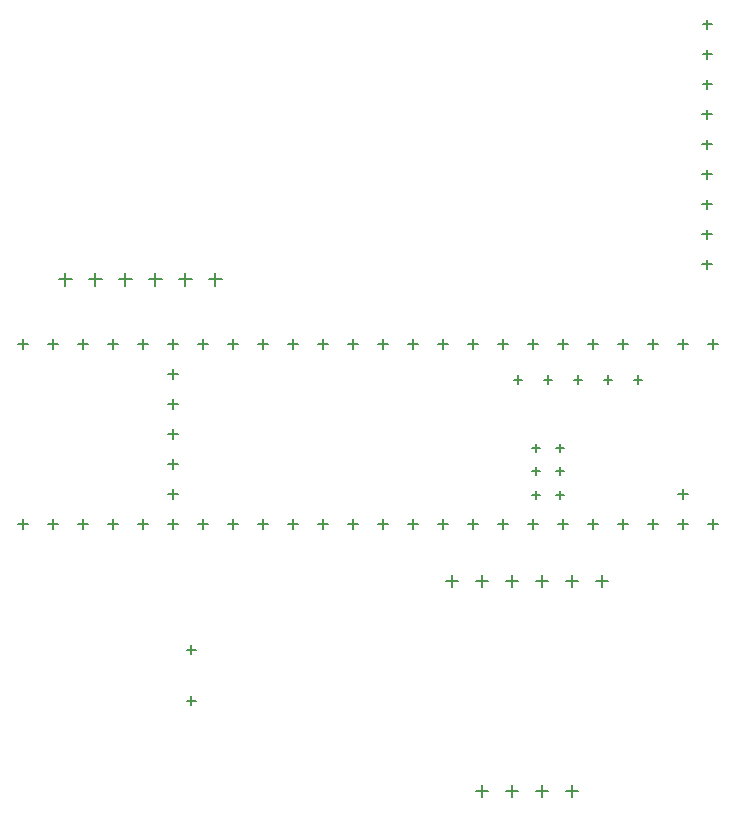
<source format=gbr>
G04*
G04 #@! TF.GenerationSoftware,Altium Limited,Altium Designer,25.0.2 (28)*
G04*
G04 Layer_Color=128*
%FSLAX44Y44*%
%MOMM*%
G71*
G04*
G04 #@! TF.SameCoordinates,1FEDFA3E-EA99-418E-B41A-EB270C04C77C*
G04*
G04*
G04 #@! TF.FilePolarity,Positive*
G04*
G01*
G75*
%ADD11C,0.1270*%
D11*
X216980Y255270D02*
X224980D01*
X220980Y251270D02*
Y259270D01*
X191580Y255270D02*
X199580D01*
X195580Y251270D02*
Y259270D01*
X166180Y255270D02*
X174180D01*
X170180Y251270D02*
Y259270D01*
X140780Y255270D02*
X148780D01*
X144780Y251270D02*
Y259270D01*
X115380Y255270D02*
X123380D01*
X119380Y251270D02*
Y259270D01*
X89980Y255270D02*
X97980D01*
X93980Y251270D02*
Y259270D01*
X64580Y255270D02*
X72580D01*
X68580Y251270D02*
Y259270D01*
X39180Y255270D02*
X47180D01*
X43180Y251270D02*
Y259270D01*
X13780Y255270D02*
X21780D01*
X17780Y251270D02*
Y259270D01*
X13780Y407670D02*
X21780D01*
X17780Y403670D02*
Y411670D01*
X39180Y407670D02*
X47180D01*
X43180Y403670D02*
Y411670D01*
X64580Y407670D02*
X72580D01*
X68580Y403670D02*
Y411670D01*
X89980Y407670D02*
X97980D01*
X93980Y403670D02*
Y411670D01*
X115380Y407670D02*
X123380D01*
X119380Y403670D02*
Y411670D01*
X140780Y407670D02*
X148780D01*
X144780Y403670D02*
Y411670D01*
X166180Y407670D02*
X174180D01*
X170180Y403670D02*
Y411670D01*
X191580Y407670D02*
X199580D01*
X195580Y403670D02*
Y411670D01*
X216980Y407670D02*
X224980D01*
X220980Y403670D02*
Y411670D01*
X597980Y255270D02*
X605980D01*
X601980Y251270D02*
Y259270D01*
X572580Y255270D02*
X580580D01*
X576580Y251270D02*
Y259270D01*
X547180Y255270D02*
X555180D01*
X551180Y251270D02*
Y259270D01*
X521780Y255270D02*
X529780D01*
X525780Y251270D02*
Y259270D01*
X496380Y255270D02*
X504380D01*
X500380Y251270D02*
Y259270D01*
X470980Y255270D02*
X478980D01*
X474980Y251270D02*
Y259270D01*
X445580Y255270D02*
X453580D01*
X449580Y251270D02*
Y259270D01*
X420180Y255270D02*
X428180D01*
X424180Y251270D02*
Y259270D01*
X394780Y255270D02*
X402780D01*
X398780Y251270D02*
Y259270D01*
X369380Y255270D02*
X377380D01*
X373380Y251270D02*
Y259270D01*
X343980Y255270D02*
X351980D01*
X347980Y251270D02*
Y259270D01*
X318580Y255270D02*
X326580D01*
X322580Y251270D02*
Y259270D01*
X293180Y255270D02*
X301180D01*
X297180Y251270D02*
Y259270D01*
X267780Y255270D02*
X275780D01*
X271780Y251270D02*
Y259270D01*
X242380Y407670D02*
X250380D01*
X246380Y403670D02*
Y411670D01*
X267780Y407670D02*
X275780D01*
X271780Y403670D02*
Y411670D01*
X293180Y407670D02*
X301180D01*
X297180Y403670D02*
Y411670D01*
X318580Y407670D02*
X326580D01*
X322580Y403670D02*
Y411670D01*
X343980Y407670D02*
X351980D01*
X347980Y403670D02*
Y411670D01*
X369380Y407670D02*
X377380D01*
X373380Y403670D02*
Y411670D01*
X394780Y407670D02*
X402780D01*
X398780Y403670D02*
Y411670D01*
X420180Y407670D02*
X428180D01*
X424180Y403670D02*
Y411670D01*
X445580Y407670D02*
X453580D01*
X449580Y403670D02*
Y411670D01*
X470980Y407670D02*
X478980D01*
X474980Y403670D02*
Y411670D01*
X496380Y407670D02*
X504380D01*
X500380Y403670D02*
Y411670D01*
X521780Y407670D02*
X529780D01*
X525780Y403670D02*
Y411670D01*
X547180Y407670D02*
X555180D01*
X551180Y403670D02*
Y411670D01*
X433130Y377170D02*
X440630D01*
X436880Y373420D02*
Y380920D01*
X458530Y377170D02*
X466030D01*
X462280Y373420D02*
Y380920D01*
X483930Y377170D02*
X491430D01*
X487680Y373420D02*
Y380920D01*
X509330Y377170D02*
X516830D01*
X513080Y373420D02*
Y380920D01*
X534730Y377170D02*
X542230D01*
X538480Y373420D02*
Y380920D01*
X468780Y319770D02*
X475780D01*
X472280Y316270D02*
Y323270D01*
X468780Y299770D02*
X475780D01*
X472280Y296270D02*
Y303270D01*
X448780Y319770D02*
X455780D01*
X452280Y316270D02*
Y323270D01*
X448780Y299770D02*
X455780D01*
X452280Y296270D02*
Y303270D01*
X468780Y279770D02*
X475780D01*
X472280Y276270D02*
Y283270D01*
X448780Y279770D02*
X455780D01*
X452280Y276270D02*
Y283270D01*
X242380Y255270D02*
X250380D01*
X246380Y251270D02*
Y259270D01*
X140780Y306070D02*
X148780D01*
X144780Y302070D02*
Y310070D01*
X572580Y280670D02*
X580580D01*
X576580Y276670D02*
Y284670D01*
X140780Y280670D02*
X148780D01*
X144780Y276670D02*
Y284670D01*
X140780Y331470D02*
X148780D01*
X144780Y327470D02*
Y335470D01*
X140780Y356870D02*
X148780D01*
X144780Y352870D02*
Y360870D01*
X140780Y382270D02*
X148780D01*
X144780Y378270D02*
Y386270D01*
X572580Y407670D02*
X580580D01*
X576580Y403670D02*
Y411670D01*
X597980Y407670D02*
X605980D01*
X601980Y403670D02*
Y411670D01*
X156210Y148590D02*
X163830D01*
X160020Y144780D02*
Y152400D01*
X156210Y105410D02*
X163830D01*
X160020Y101600D02*
Y109220D01*
X452200Y29210D02*
X462200D01*
X457200Y24210D02*
Y34210D01*
X426800Y29210D02*
X436800D01*
X431800Y24210D02*
Y34210D01*
X477600Y29210D02*
X487600D01*
X482600Y24210D02*
Y34210D01*
X401400Y29210D02*
X411400D01*
X406400Y24210D02*
Y34210D01*
X452200Y207010D02*
X462200D01*
X457200Y202010D02*
Y212010D01*
X426800Y207010D02*
X436800D01*
X431800Y202010D02*
Y212010D01*
X477600Y207010D02*
X487600D01*
X482600Y202010D02*
Y212010D01*
X401400Y207010D02*
X411400D01*
X406400Y202010D02*
Y212010D01*
X503000Y207010D02*
X513000D01*
X508000Y202010D02*
Y212010D01*
X376000Y207010D02*
X386000D01*
X381000Y202010D02*
Y212010D01*
X98640Y462280D02*
X109640D01*
X104140Y456780D02*
Y467780D01*
X149440Y462280D02*
X160440D01*
X154940Y456780D02*
Y467780D01*
X174840Y462280D02*
X185840D01*
X180340Y456780D02*
Y467780D01*
X124040Y462280D02*
X135040D01*
X129540Y456780D02*
Y467780D01*
X73240Y462280D02*
X84240D01*
X78740Y456780D02*
Y467780D01*
X47840Y462280D02*
X58840D01*
X53340Y456780D02*
Y467780D01*
X593090Y678180D02*
X600710D01*
X596900Y674370D02*
Y681990D01*
X593090Y652780D02*
X600710D01*
X596900Y648970D02*
Y656590D01*
X593090Y627380D02*
X600710D01*
X596900Y623570D02*
Y631190D01*
X592900Y601980D02*
X600900D01*
X596900Y597980D02*
Y605980D01*
X592900Y474980D02*
X600900D01*
X596900Y470980D02*
Y478980D01*
X592900Y500380D02*
X600900D01*
X596900Y496380D02*
Y504380D01*
X592900Y525780D02*
X600900D01*
X596900Y521780D02*
Y529780D01*
X592900Y551180D02*
X600900D01*
X596900Y547180D02*
Y555180D01*
X592900Y576580D02*
X600900D01*
X596900Y572580D02*
Y580580D01*
M02*

</source>
